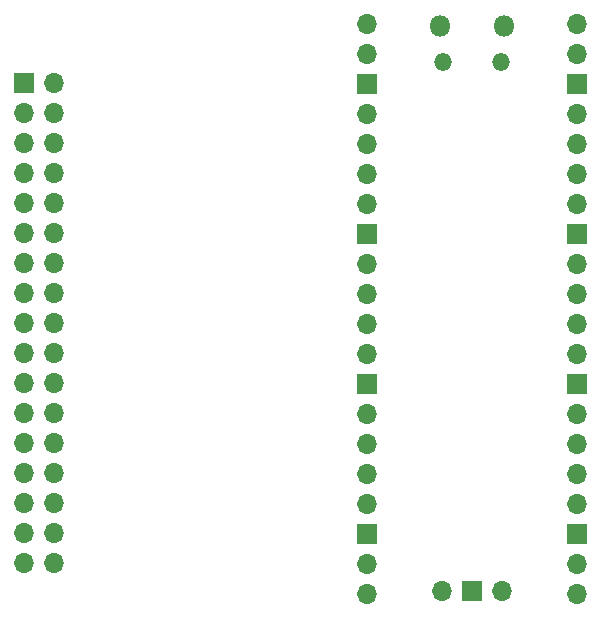
<source format=gbr>
%TF.GenerationSoftware,KiCad,Pcbnew,8.0.6*%
%TF.CreationDate,2025-02-20T14:45:07-05:00*%
%TF.ProjectId,PicoLVDS,5069636f-4c56-4445-932e-6b696361645f,1*%
%TF.SameCoordinates,Original*%
%TF.FileFunction,Soldermask,Bot*%
%TF.FilePolarity,Negative*%
%FSLAX46Y46*%
G04 Gerber Fmt 4.6, Leading zero omitted, Abs format (unit mm)*
G04 Created by KiCad (PCBNEW 8.0.6) date 2025-02-20 14:45:07*
%MOMM*%
%LPD*%
G01*
G04 APERTURE LIST*
%ADD10R,1.700000X1.700000*%
%ADD11O,1.700000X1.700000*%
%ADD12O,1.800000X1.800000*%
%ADD13O,1.500000X1.500000*%
G04 APERTURE END LIST*
D10*
%TO.C,J1*%
X33750000Y-43740000D03*
D11*
X36290000Y-43740000D03*
X33750000Y-46280000D03*
X36290000Y-46280000D03*
X33750000Y-48820000D03*
X36290000Y-48820000D03*
X33750000Y-51360000D03*
X36290000Y-51360000D03*
X33750000Y-53900000D03*
X36290000Y-53900000D03*
X33750000Y-56440000D03*
X36290000Y-56440000D03*
X33750000Y-58980000D03*
X36290000Y-58980000D03*
X33750000Y-61520000D03*
X36290000Y-61520000D03*
X33750000Y-64060000D03*
X36290000Y-64060000D03*
X33750000Y-66600000D03*
X36290000Y-66600000D03*
X33750000Y-69140000D03*
X36290000Y-69140000D03*
X33750000Y-71680000D03*
X36290000Y-71680000D03*
X33750000Y-74220000D03*
X36290000Y-74220000D03*
X33750000Y-76760000D03*
X36290000Y-76760000D03*
X33750000Y-79300000D03*
X36290000Y-79300000D03*
X33750000Y-81840000D03*
X36290000Y-81840000D03*
X33750000Y-84380000D03*
X36290000Y-84380000D03*
%TD*%
D12*
%TO.C,U1*%
X68915000Y-38890000D03*
D13*
X69215000Y-41920000D03*
X74065000Y-41920000D03*
D12*
X74365000Y-38890000D03*
D11*
X62750000Y-38760000D03*
X62750000Y-41300000D03*
D10*
X62750000Y-43840000D03*
D11*
X62750000Y-46380000D03*
X62750000Y-48920000D03*
X62750000Y-51460000D03*
X62750000Y-54000000D03*
D10*
X62750000Y-56540000D03*
D11*
X62750000Y-59080000D03*
X62750000Y-61620000D03*
X62750000Y-64160000D03*
X62750000Y-66700000D03*
D10*
X62750000Y-69240000D03*
D11*
X62750000Y-71780000D03*
X62750000Y-74320000D03*
X62750000Y-76860000D03*
X62750000Y-79400000D03*
D10*
X62750000Y-81940000D03*
D11*
X62750000Y-84480000D03*
X62750000Y-87020000D03*
X80530000Y-87020000D03*
X80530000Y-84480000D03*
D10*
X80530000Y-81940000D03*
D11*
X80530000Y-79400000D03*
X80530000Y-76860000D03*
X80530000Y-74320000D03*
X80530000Y-71780000D03*
D10*
X80530000Y-69240000D03*
D11*
X80530000Y-66700000D03*
X80530000Y-64160000D03*
X80530000Y-61620000D03*
X80530000Y-59080000D03*
D10*
X80530000Y-56540000D03*
D11*
X80530000Y-54000000D03*
X80530000Y-51460000D03*
X80530000Y-48920000D03*
X80530000Y-46380000D03*
D10*
X80530000Y-43840000D03*
D11*
X80530000Y-41300000D03*
X80530000Y-38760000D03*
X69100000Y-86790000D03*
D10*
X71640000Y-86790000D03*
D11*
X74180000Y-86790000D03*
%TD*%
M02*

</source>
